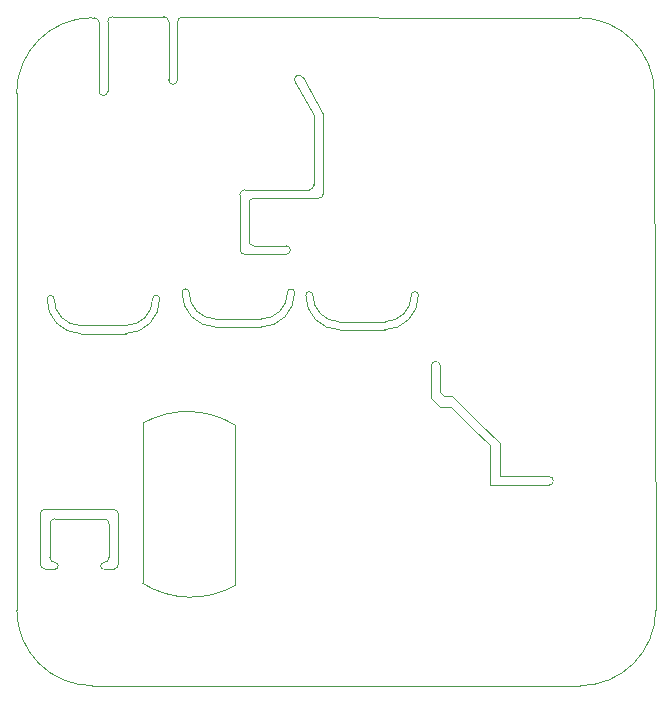
<source format=gbr>
%TF.GenerationSoftware,KiCad,Pcbnew,7.0.6*%
%TF.CreationDate,2023-07-20T17:02:44+02:00*%
%TF.ProjectId,smart_power_socket-54x54x1_6mm_3Cu,736d6172-745f-4706-9f77-65725f736f63,rev?*%
%TF.SameCoordinates,Original*%
%TF.FileFunction,Profile,NP*%
%FSLAX46Y46*%
G04 Gerber Fmt 4.6, Leading zero omitted, Abs format (unit mm)*
G04 Created by KiCad (PCBNEW 7.0.6) date 2023-07-20 17:02:44*
%MOMM*%
%LPD*%
G01*
G04 APERTURE LIST*
%TA.AperFunction,Profile*%
%ADD10C,0.100000*%
%TD*%
G04 APERTURE END LIST*
D10*
X116034099Y-112111772D02*
X116052969Y-116354114D01*
X119467398Y-96819625D02*
X123278973Y-96819625D01*
X116053012Y-116354114D02*
G75*
G03*
X116483456Y-116764113I410688J214D01*
G01*
X122643533Y-112108968D02*
G75*
G03*
X122213106Y-111698969I-410133J368D01*
G01*
X132940932Y-89712067D02*
X132942993Y-85047165D01*
X149889022Y-101804022D02*
X149889022Y-99544022D01*
X130898425Y-96270000D02*
X134710000Y-96270000D01*
X141378425Y-96500871D02*
X145190000Y-96500871D01*
X119427398Y-96128754D02*
X123318973Y-96128754D01*
X138248899Y-75119216D02*
G75*
G03*
X137607176Y-75489714I-320899J-185184D01*
G01*
X148051575Y-93570000D02*
G75*
G03*
X147448425Y-93570000I-301575J0D01*
G01*
X121850193Y-112910000D02*
G75*
G03*
X121419756Y-112500002I-410293J200D01*
G01*
X133353969Y-90125104D02*
X136833969Y-90125975D01*
X117208950Y-93888754D02*
G75*
G03*
X119427398Y-96128754I2218450J-21446D01*
G01*
X114049965Y-120229930D02*
X114031486Y-76477000D01*
X132547381Y-104575763D02*
G75*
G03*
X124716477Y-104407324I-4057381J-6514237D01*
G01*
X141338425Y-95810000D02*
X145230000Y-95810000D01*
X130858425Y-95579129D02*
X134750000Y-95579129D01*
X159100000Y-109651080D02*
X154100000Y-109640000D01*
X124716477Y-104407324D02*
X124716477Y-117977196D01*
X117263698Y-112493958D02*
X121419756Y-112500001D01*
X116843168Y-115784446D02*
G75*
G03*
X117273699Y-116194445I410532J46D01*
G01*
X128063037Y-70017000D02*
G75*
G03*
X127650000Y-70430000I-37J-413000D01*
G01*
X153185000Y-104375978D02*
X151475000Y-102660000D01*
X122240273Y-116774315D02*
X121440275Y-116774758D01*
X154930000Y-106070000D02*
X154930000Y-108900000D01*
X150770978Y-103004022D02*
X152660978Y-104900000D01*
X136833969Y-90125905D02*
G75*
G03*
X136833969Y-89384895I-69J370505D01*
G01*
X138781907Y-84636044D02*
G75*
G03*
X139194944Y-84223042I-7J413044D01*
G01*
X117273699Y-116768755D02*
G75*
G03*
X117273699Y-116194445I1J287155D01*
G01*
X126140548Y-93888754D02*
G75*
G03*
X125537398Y-93888754I-301575J0D01*
G01*
X139120003Y-93570000D02*
G75*
G03*
X141338425Y-95810000I2218497J-21400D01*
G01*
X150935000Y-102120000D02*
X150205000Y-102120000D01*
X134106031Y-85375104D02*
X139591907Y-85376079D01*
X126898920Y-75336963D02*
G75*
G03*
X127640000Y-75336963I370540J0D01*
G01*
X154110000Y-106280000D02*
X154100000Y-109640000D01*
X134106031Y-89395104D02*
X136833969Y-89384895D01*
X140003969Y-78255104D02*
X138248970Y-75119175D01*
X137571575Y-93339129D02*
G75*
G03*
X136968425Y-93339129I-301575J0D01*
G01*
X133356030Y-84634093D02*
G75*
G03*
X132942993Y-85047165I70J-413107D01*
G01*
X128640075Y-93339130D02*
G75*
G03*
X130858425Y-95579129I2218425J-21470D01*
G01*
X133692994Y-88982067D02*
X133692994Y-85788141D01*
X132547381Y-118145635D02*
X132547381Y-104575763D01*
X126903000Y-70403037D02*
G75*
G03*
X126490000Y-69990000I-413000J37D01*
G01*
X149889022Y-99544022D02*
G75*
G03*
X149147942Y-99544022I-370540J0D01*
G01*
X123278973Y-96819607D02*
G75*
G03*
X126140548Y-93888754I-23673J2885507D01*
G01*
X138516788Y-93569999D02*
G75*
G03*
X141378425Y-96500871I2885312J-45301D01*
G01*
X139194944Y-84223042D02*
X139213969Y-78315104D01*
X168031605Y-76476965D02*
G75*
G03*
X161631486Y-70076895I-6400005J65D01*
G01*
X139213969Y-78315104D02*
X137607175Y-75489714D01*
X120431556Y-70076930D02*
X120597938Y-70076930D01*
X122240273Y-116774368D02*
G75*
G03*
X122650272Y-116343828I127J410368D01*
G01*
X126490000Y-69990000D02*
X122160000Y-69990000D01*
X139120000Y-93570000D02*
G75*
G03*
X138516850Y-93570000I-301575J0D01*
G01*
X127650000Y-70430000D02*
X127640000Y-75336963D01*
X134750000Y-95579128D02*
G75*
G03*
X136968424Y-93339129I0J2218528D01*
G01*
X168140070Y-120229930D02*
X168031556Y-76476965D01*
X132940896Y-89712067D02*
G75*
G03*
X133353969Y-90125104I413104J67D01*
G01*
X145230000Y-95810029D02*
G75*
G03*
X147448425Y-93570000I0J2218529D01*
G01*
X122649754Y-116343828D02*
X122643593Y-112108968D01*
X123318973Y-96128701D02*
G75*
G03*
X125537397Y-93888754I27J2218501D01*
G01*
X117208973Y-93888754D02*
G75*
G03*
X116605823Y-93888754I-301575J0D01*
G01*
X122160000Y-69989963D02*
G75*
G03*
X121746963Y-70403037I0J-413037D01*
G01*
X140004944Y-84963042D02*
X140003969Y-78255104D01*
X150770978Y-103004022D02*
X149895000Y-103001080D01*
X120431556Y-70076886D02*
G75*
G03*
X114031486Y-76477000I44J-6400114D01*
G01*
X116483456Y-116764113D02*
X117273699Y-116768716D01*
X149147942Y-102254022D02*
X149895000Y-103001080D01*
X128063037Y-70016963D02*
X161631486Y-70076895D01*
X116843212Y-115784446D02*
X116853699Y-112924445D01*
X117263698Y-112494005D02*
G75*
G03*
X116853700Y-112924445I-198J-410295D01*
G01*
X121005883Y-76300000D02*
G75*
G03*
X121746963Y-76300000I370540J0D01*
G01*
X151475000Y-102660000D02*
X150935000Y-102120000D01*
X134710000Y-96270034D02*
G75*
G03*
X137571574Y-93339129I-23700J2885534D01*
G01*
X145190001Y-96500935D02*
G75*
G03*
X148051575Y-93570000I-23701J2885535D01*
G01*
X133692996Y-88982067D02*
G75*
G03*
X134106031Y-89395104I413104J67D01*
G01*
X134106031Y-85375094D02*
G75*
G03*
X133692994Y-85788141I-31J-413006D01*
G01*
X121440275Y-116200442D02*
G75*
G03*
X121440275Y-116774758I25J-287158D01*
G01*
X138781907Y-84636079D02*
X133356030Y-84634128D01*
X161740000Y-126630000D02*
X120450035Y-126630000D01*
X128640000Y-93339129D02*
G75*
G03*
X128036850Y-93339129I-301575J0D01*
G01*
X150205000Y-102120000D02*
X149889022Y-101804022D01*
X159100000Y-109651000D02*
G75*
G03*
X159100000Y-108910000I0J370500D01*
G01*
X122213106Y-111698969D02*
X116444098Y-111681285D01*
X116444098Y-111681308D02*
G75*
G03*
X116034099Y-112111772I-98J-410392D01*
G01*
X116605834Y-93888754D02*
G75*
G03*
X119467398Y-96819625I2885266J-45346D01*
G01*
X152660978Y-104900000D02*
X154110000Y-106280000D01*
X121849756Y-115770000D02*
X121850243Y-112910000D01*
X149147942Y-99544022D02*
X149147942Y-102254022D01*
X121010975Y-70489967D02*
X121005883Y-76300000D01*
X121010970Y-70489967D02*
G75*
G03*
X120597938Y-70076930I-413070J-33D01*
G01*
X126903037Y-70403037D02*
X126898920Y-75336963D01*
X124716500Y-117977159D02*
G75*
G03*
X132547381Y-118145635I4057400J6514159D01*
G01*
X114050000Y-120229930D02*
G75*
G03*
X120450035Y-126630000I6400200J130D01*
G01*
X139591907Y-85376044D02*
G75*
G03*
X140004944Y-84963042I-7J413044D01*
G01*
X161740000Y-126630000D02*
G75*
G03*
X168140070Y-120229930I30J6400040D01*
G01*
X128036860Y-93339129D02*
G75*
G03*
X130898425Y-96270000I2885240J-45371D01*
G01*
X121440275Y-116200461D02*
G75*
G03*
X121850273Y-115770000I25J410461D01*
G01*
X121746963Y-70403037D02*
X121746963Y-76300000D01*
X153185000Y-104375978D02*
X154930000Y-106070000D01*
X154930000Y-108900000D02*
X159100000Y-108910000D01*
M02*

</source>
